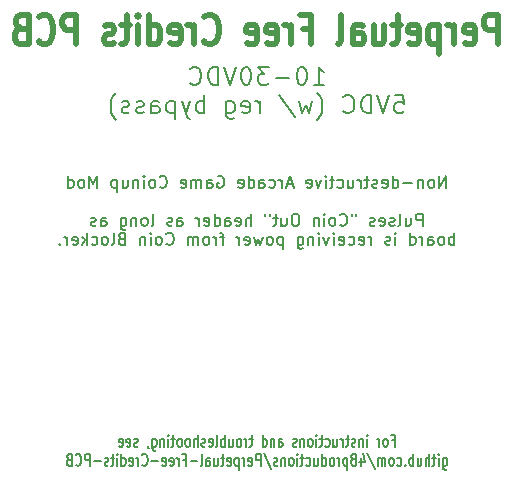
<source format=gbo>
G04 #@! TF.GenerationSoftware,KiCad,Pcbnew,(6.0.6)*
G04 #@! TF.CreationDate,2023-01-14T11:23:39-07:00*
G04 #@! TF.ProjectId,PFCBoard,50464342-6f61-4726-942e-6b696361645f,rev?*
G04 #@! TF.SameCoordinates,Original*
G04 #@! TF.FileFunction,Legend,Bot*
G04 #@! TF.FilePolarity,Positive*
%FSLAX46Y46*%
G04 Gerber Fmt 4.6, Leading zero omitted, Abs format (unit mm)*
G04 Created by KiCad (PCBNEW (6.0.6)) date 2023-01-14 11:23:39*
%MOMM*%
%LPD*%
G01*
G04 APERTURE LIST*
%ADD10C,0.150000*%
%ADD11C,0.499999*%
G04 APERTURE END LIST*
D10*
X201420000Y-104717380D02*
X201420000Y-103717380D01*
X200848571Y-104717380D01*
X200848571Y-103717380D01*
X200229523Y-104717380D02*
X200324761Y-104669761D01*
X200372380Y-104622142D01*
X200420000Y-104526904D01*
X200420000Y-104241190D01*
X200372380Y-104145952D01*
X200324761Y-104098333D01*
X200229523Y-104050714D01*
X200086666Y-104050714D01*
X199991428Y-104098333D01*
X199943809Y-104145952D01*
X199896190Y-104241190D01*
X199896190Y-104526904D01*
X199943809Y-104622142D01*
X199991428Y-104669761D01*
X200086666Y-104717380D01*
X200229523Y-104717380D01*
X199467619Y-104050714D02*
X199467619Y-104717380D01*
X199467619Y-104145952D02*
X199420000Y-104098333D01*
X199324761Y-104050714D01*
X199181904Y-104050714D01*
X199086666Y-104098333D01*
X199039047Y-104193571D01*
X199039047Y-104717380D01*
X198562857Y-104336428D02*
X197800952Y-104336428D01*
X196896190Y-104717380D02*
X196896190Y-103717380D01*
X196896190Y-104669761D02*
X196991428Y-104717380D01*
X197181904Y-104717380D01*
X197277142Y-104669761D01*
X197324761Y-104622142D01*
X197372380Y-104526904D01*
X197372380Y-104241190D01*
X197324761Y-104145952D01*
X197277142Y-104098333D01*
X197181904Y-104050714D01*
X196991428Y-104050714D01*
X196896190Y-104098333D01*
X196039047Y-104669761D02*
X196134285Y-104717380D01*
X196324761Y-104717380D01*
X196420000Y-104669761D01*
X196467619Y-104574523D01*
X196467619Y-104193571D01*
X196420000Y-104098333D01*
X196324761Y-104050714D01*
X196134285Y-104050714D01*
X196039047Y-104098333D01*
X195991428Y-104193571D01*
X195991428Y-104288809D01*
X196467619Y-104384047D01*
X195610476Y-104669761D02*
X195515238Y-104717380D01*
X195324761Y-104717380D01*
X195229523Y-104669761D01*
X195181904Y-104574523D01*
X195181904Y-104526904D01*
X195229523Y-104431666D01*
X195324761Y-104384047D01*
X195467619Y-104384047D01*
X195562857Y-104336428D01*
X195610476Y-104241190D01*
X195610476Y-104193571D01*
X195562857Y-104098333D01*
X195467619Y-104050714D01*
X195324761Y-104050714D01*
X195229523Y-104098333D01*
X194896190Y-104050714D02*
X194515238Y-104050714D01*
X194753333Y-103717380D02*
X194753333Y-104574523D01*
X194705714Y-104669761D01*
X194610476Y-104717380D01*
X194515238Y-104717380D01*
X194181904Y-104717380D02*
X194181904Y-104050714D01*
X194181904Y-104241190D02*
X194134285Y-104145952D01*
X194086666Y-104098333D01*
X193991428Y-104050714D01*
X193896190Y-104050714D01*
X193134285Y-104050714D02*
X193134285Y-104717380D01*
X193562857Y-104050714D02*
X193562857Y-104574523D01*
X193515238Y-104669761D01*
X193420000Y-104717380D01*
X193277142Y-104717380D01*
X193181904Y-104669761D01*
X193134285Y-104622142D01*
X192229523Y-104669761D02*
X192324761Y-104717380D01*
X192515238Y-104717380D01*
X192610476Y-104669761D01*
X192658095Y-104622142D01*
X192705714Y-104526904D01*
X192705714Y-104241190D01*
X192658095Y-104145952D01*
X192610476Y-104098333D01*
X192515238Y-104050714D01*
X192324761Y-104050714D01*
X192229523Y-104098333D01*
X191943809Y-104050714D02*
X191562857Y-104050714D01*
X191800952Y-103717380D02*
X191800952Y-104574523D01*
X191753333Y-104669761D01*
X191658095Y-104717380D01*
X191562857Y-104717380D01*
X191229523Y-104717380D02*
X191229523Y-104050714D01*
X191229523Y-103717380D02*
X191277142Y-103765000D01*
X191229523Y-103812619D01*
X191181904Y-103765000D01*
X191229523Y-103717380D01*
X191229523Y-103812619D01*
X190848571Y-104050714D02*
X190610476Y-104717380D01*
X190372380Y-104050714D01*
X189610476Y-104669761D02*
X189705714Y-104717380D01*
X189896190Y-104717380D01*
X189991428Y-104669761D01*
X190039047Y-104574523D01*
X190039047Y-104193571D01*
X189991428Y-104098333D01*
X189896190Y-104050714D01*
X189705714Y-104050714D01*
X189610476Y-104098333D01*
X189562857Y-104193571D01*
X189562857Y-104288809D01*
X190039047Y-104384047D01*
X188420000Y-104431666D02*
X187943809Y-104431666D01*
X188515238Y-104717380D02*
X188181904Y-103717380D01*
X187848571Y-104717380D01*
X187515238Y-104717380D02*
X187515238Y-104050714D01*
X187515238Y-104241190D02*
X187467619Y-104145952D01*
X187420000Y-104098333D01*
X187324761Y-104050714D01*
X187229523Y-104050714D01*
X186467619Y-104669761D02*
X186562857Y-104717380D01*
X186753333Y-104717380D01*
X186848571Y-104669761D01*
X186896190Y-104622142D01*
X186943809Y-104526904D01*
X186943809Y-104241190D01*
X186896190Y-104145952D01*
X186848571Y-104098333D01*
X186753333Y-104050714D01*
X186562857Y-104050714D01*
X186467619Y-104098333D01*
X185610476Y-104717380D02*
X185610476Y-104193571D01*
X185658095Y-104098333D01*
X185753333Y-104050714D01*
X185943809Y-104050714D01*
X186039047Y-104098333D01*
X185610476Y-104669761D02*
X185705714Y-104717380D01*
X185943809Y-104717380D01*
X186039047Y-104669761D01*
X186086666Y-104574523D01*
X186086666Y-104479285D01*
X186039047Y-104384047D01*
X185943809Y-104336428D01*
X185705714Y-104336428D01*
X185610476Y-104288809D01*
X184705714Y-104717380D02*
X184705714Y-103717380D01*
X184705714Y-104669761D02*
X184800952Y-104717380D01*
X184991428Y-104717380D01*
X185086666Y-104669761D01*
X185134285Y-104622142D01*
X185181904Y-104526904D01*
X185181904Y-104241190D01*
X185134285Y-104145952D01*
X185086666Y-104098333D01*
X184991428Y-104050714D01*
X184800952Y-104050714D01*
X184705714Y-104098333D01*
X183848571Y-104669761D02*
X183943809Y-104717380D01*
X184134285Y-104717380D01*
X184229523Y-104669761D01*
X184277142Y-104574523D01*
X184277142Y-104193571D01*
X184229523Y-104098333D01*
X184134285Y-104050714D01*
X183943809Y-104050714D01*
X183848571Y-104098333D01*
X183800952Y-104193571D01*
X183800952Y-104288809D01*
X184277142Y-104384047D01*
X182086666Y-103765000D02*
X182181904Y-103717380D01*
X182324761Y-103717380D01*
X182467619Y-103765000D01*
X182562857Y-103860238D01*
X182610476Y-103955476D01*
X182658095Y-104145952D01*
X182658095Y-104288809D01*
X182610476Y-104479285D01*
X182562857Y-104574523D01*
X182467619Y-104669761D01*
X182324761Y-104717380D01*
X182229523Y-104717380D01*
X182086666Y-104669761D01*
X182039047Y-104622142D01*
X182039047Y-104288809D01*
X182229523Y-104288809D01*
X181181904Y-104717380D02*
X181181904Y-104193571D01*
X181229523Y-104098333D01*
X181324761Y-104050714D01*
X181515238Y-104050714D01*
X181610476Y-104098333D01*
X181181904Y-104669761D02*
X181277142Y-104717380D01*
X181515238Y-104717380D01*
X181610476Y-104669761D01*
X181658095Y-104574523D01*
X181658095Y-104479285D01*
X181610476Y-104384047D01*
X181515238Y-104336428D01*
X181277142Y-104336428D01*
X181181904Y-104288809D01*
X180705714Y-104717380D02*
X180705714Y-104050714D01*
X180705714Y-104145952D02*
X180658095Y-104098333D01*
X180562857Y-104050714D01*
X180420000Y-104050714D01*
X180324761Y-104098333D01*
X180277142Y-104193571D01*
X180277142Y-104717380D01*
X180277142Y-104193571D02*
X180229523Y-104098333D01*
X180134285Y-104050714D01*
X179991428Y-104050714D01*
X179896190Y-104098333D01*
X179848571Y-104193571D01*
X179848571Y-104717380D01*
X178991428Y-104669761D02*
X179086666Y-104717380D01*
X179277142Y-104717380D01*
X179372380Y-104669761D01*
X179420000Y-104574523D01*
X179420000Y-104193571D01*
X179372380Y-104098333D01*
X179277142Y-104050714D01*
X179086666Y-104050714D01*
X178991428Y-104098333D01*
X178943809Y-104193571D01*
X178943809Y-104288809D01*
X179420000Y-104384047D01*
X177181904Y-104622142D02*
X177229523Y-104669761D01*
X177372380Y-104717380D01*
X177467619Y-104717380D01*
X177610476Y-104669761D01*
X177705714Y-104574523D01*
X177753333Y-104479285D01*
X177800952Y-104288809D01*
X177800952Y-104145952D01*
X177753333Y-103955476D01*
X177705714Y-103860238D01*
X177610476Y-103765000D01*
X177467619Y-103717380D01*
X177372380Y-103717380D01*
X177229523Y-103765000D01*
X177181904Y-103812619D01*
X176610476Y-104717380D02*
X176705714Y-104669761D01*
X176753333Y-104622142D01*
X176800952Y-104526904D01*
X176800952Y-104241190D01*
X176753333Y-104145952D01*
X176705714Y-104098333D01*
X176610476Y-104050714D01*
X176467619Y-104050714D01*
X176372380Y-104098333D01*
X176324761Y-104145952D01*
X176277142Y-104241190D01*
X176277142Y-104526904D01*
X176324761Y-104622142D01*
X176372380Y-104669761D01*
X176467619Y-104717380D01*
X176610476Y-104717380D01*
X175848571Y-104717380D02*
X175848571Y-104050714D01*
X175848571Y-103717380D02*
X175896190Y-103765000D01*
X175848571Y-103812619D01*
X175800952Y-103765000D01*
X175848571Y-103717380D01*
X175848571Y-103812619D01*
X175372380Y-104050714D02*
X175372380Y-104717380D01*
X175372380Y-104145952D02*
X175324761Y-104098333D01*
X175229523Y-104050714D01*
X175086666Y-104050714D01*
X174991428Y-104098333D01*
X174943809Y-104193571D01*
X174943809Y-104717380D01*
X174039047Y-104050714D02*
X174039047Y-104717380D01*
X174467619Y-104050714D02*
X174467619Y-104574523D01*
X174420000Y-104669761D01*
X174324761Y-104717380D01*
X174181904Y-104717380D01*
X174086666Y-104669761D01*
X174039047Y-104622142D01*
X173562857Y-104050714D02*
X173562857Y-105050714D01*
X173562857Y-104098333D02*
X173467619Y-104050714D01*
X173277142Y-104050714D01*
X173181904Y-104098333D01*
X173134285Y-104145952D01*
X173086666Y-104241190D01*
X173086666Y-104526904D01*
X173134285Y-104622142D01*
X173181904Y-104669761D01*
X173277142Y-104717380D01*
X173467619Y-104717380D01*
X173562857Y-104669761D01*
X171896190Y-104717380D02*
X171896190Y-103717380D01*
X171562857Y-104431666D01*
X171229523Y-103717380D01*
X171229523Y-104717380D01*
X170610476Y-104717380D02*
X170705714Y-104669761D01*
X170753333Y-104622142D01*
X170800952Y-104526904D01*
X170800952Y-104241190D01*
X170753333Y-104145952D01*
X170705714Y-104098333D01*
X170610476Y-104050714D01*
X170467619Y-104050714D01*
X170372380Y-104098333D01*
X170324761Y-104145952D01*
X170277142Y-104241190D01*
X170277142Y-104526904D01*
X170324761Y-104622142D01*
X170372380Y-104669761D01*
X170467619Y-104717380D01*
X170610476Y-104717380D01*
X169420000Y-104717380D02*
X169420000Y-103717380D01*
X169420000Y-104669761D02*
X169515238Y-104717380D01*
X169705714Y-104717380D01*
X169800952Y-104669761D01*
X169848571Y-104622142D01*
X169896190Y-104526904D01*
X169896190Y-104241190D01*
X169848571Y-104145952D01*
X169800952Y-104098333D01*
X169705714Y-104050714D01*
X169515238Y-104050714D01*
X169420000Y-104098333D01*
X199443809Y-107937380D02*
X199443809Y-106937380D01*
X199062857Y-106937380D01*
X198967619Y-106985000D01*
X198920000Y-107032619D01*
X198872380Y-107127857D01*
X198872380Y-107270714D01*
X198920000Y-107365952D01*
X198967619Y-107413571D01*
X199062857Y-107461190D01*
X199443809Y-107461190D01*
X198015238Y-107270714D02*
X198015238Y-107937380D01*
X198443809Y-107270714D02*
X198443809Y-107794523D01*
X198396190Y-107889761D01*
X198300952Y-107937380D01*
X198158095Y-107937380D01*
X198062857Y-107889761D01*
X198015238Y-107842142D01*
X197396190Y-107937380D02*
X197491428Y-107889761D01*
X197539047Y-107794523D01*
X197539047Y-106937380D01*
X197062857Y-107889761D02*
X196967619Y-107937380D01*
X196777142Y-107937380D01*
X196681904Y-107889761D01*
X196634285Y-107794523D01*
X196634285Y-107746904D01*
X196681904Y-107651666D01*
X196777142Y-107604047D01*
X196920000Y-107604047D01*
X197015238Y-107556428D01*
X197062857Y-107461190D01*
X197062857Y-107413571D01*
X197015238Y-107318333D01*
X196920000Y-107270714D01*
X196777142Y-107270714D01*
X196681904Y-107318333D01*
X195824761Y-107889761D02*
X195920000Y-107937380D01*
X196110476Y-107937380D01*
X196205714Y-107889761D01*
X196253333Y-107794523D01*
X196253333Y-107413571D01*
X196205714Y-107318333D01*
X196110476Y-107270714D01*
X195920000Y-107270714D01*
X195824761Y-107318333D01*
X195777142Y-107413571D01*
X195777142Y-107508809D01*
X196253333Y-107604047D01*
X195396190Y-107889761D02*
X195300952Y-107937380D01*
X195110476Y-107937380D01*
X195015238Y-107889761D01*
X194967619Y-107794523D01*
X194967619Y-107746904D01*
X195015238Y-107651666D01*
X195110476Y-107604047D01*
X195253333Y-107604047D01*
X195348571Y-107556428D01*
X195396190Y-107461190D01*
X195396190Y-107413571D01*
X195348571Y-107318333D01*
X195253333Y-107270714D01*
X195110476Y-107270714D01*
X195015238Y-107318333D01*
X193824761Y-106937380D02*
X193824761Y-107127857D01*
X193443809Y-106937380D02*
X193443809Y-107127857D01*
X192443809Y-107842142D02*
X192491428Y-107889761D01*
X192634285Y-107937380D01*
X192729523Y-107937380D01*
X192872380Y-107889761D01*
X192967619Y-107794523D01*
X193015238Y-107699285D01*
X193062857Y-107508809D01*
X193062857Y-107365952D01*
X193015238Y-107175476D01*
X192967619Y-107080238D01*
X192872380Y-106985000D01*
X192729523Y-106937380D01*
X192634285Y-106937380D01*
X192491428Y-106985000D01*
X192443809Y-107032619D01*
X191872380Y-107937380D02*
X191967619Y-107889761D01*
X192015238Y-107842142D01*
X192062857Y-107746904D01*
X192062857Y-107461190D01*
X192015238Y-107365952D01*
X191967619Y-107318333D01*
X191872380Y-107270714D01*
X191729523Y-107270714D01*
X191634285Y-107318333D01*
X191586666Y-107365952D01*
X191539047Y-107461190D01*
X191539047Y-107746904D01*
X191586666Y-107842142D01*
X191634285Y-107889761D01*
X191729523Y-107937380D01*
X191872380Y-107937380D01*
X191110476Y-107937380D02*
X191110476Y-107270714D01*
X191110476Y-106937380D02*
X191158095Y-106985000D01*
X191110476Y-107032619D01*
X191062857Y-106985000D01*
X191110476Y-106937380D01*
X191110476Y-107032619D01*
X190634285Y-107270714D02*
X190634285Y-107937380D01*
X190634285Y-107365952D02*
X190586666Y-107318333D01*
X190491428Y-107270714D01*
X190348571Y-107270714D01*
X190253333Y-107318333D01*
X190205714Y-107413571D01*
X190205714Y-107937380D01*
X188777142Y-106937380D02*
X188586666Y-106937380D01*
X188491428Y-106985000D01*
X188396190Y-107080238D01*
X188348571Y-107270714D01*
X188348571Y-107604047D01*
X188396190Y-107794523D01*
X188491428Y-107889761D01*
X188586666Y-107937380D01*
X188777142Y-107937380D01*
X188872380Y-107889761D01*
X188967619Y-107794523D01*
X189015238Y-107604047D01*
X189015238Y-107270714D01*
X188967619Y-107080238D01*
X188872380Y-106985000D01*
X188777142Y-106937380D01*
X187491428Y-107270714D02*
X187491428Y-107937380D01*
X187920000Y-107270714D02*
X187920000Y-107794523D01*
X187872380Y-107889761D01*
X187777142Y-107937380D01*
X187634285Y-107937380D01*
X187539047Y-107889761D01*
X187491428Y-107842142D01*
X187158095Y-107270714D02*
X186777142Y-107270714D01*
X187015238Y-106937380D02*
X187015238Y-107794523D01*
X186967619Y-107889761D01*
X186872380Y-107937380D01*
X186777142Y-107937380D01*
X186491428Y-106937380D02*
X186491428Y-107127857D01*
X186110476Y-106937380D02*
X186110476Y-107127857D01*
X184920000Y-107937380D02*
X184920000Y-106937380D01*
X184491428Y-107937380D02*
X184491428Y-107413571D01*
X184539047Y-107318333D01*
X184634285Y-107270714D01*
X184777142Y-107270714D01*
X184872380Y-107318333D01*
X184920000Y-107365952D01*
X183634285Y-107889761D02*
X183729523Y-107937380D01*
X183920000Y-107937380D01*
X184015238Y-107889761D01*
X184062857Y-107794523D01*
X184062857Y-107413571D01*
X184015238Y-107318333D01*
X183920000Y-107270714D01*
X183729523Y-107270714D01*
X183634285Y-107318333D01*
X183586666Y-107413571D01*
X183586666Y-107508809D01*
X184062857Y-107604047D01*
X182729523Y-107937380D02*
X182729523Y-107413571D01*
X182777142Y-107318333D01*
X182872380Y-107270714D01*
X183062857Y-107270714D01*
X183158095Y-107318333D01*
X182729523Y-107889761D02*
X182824761Y-107937380D01*
X183062857Y-107937380D01*
X183158095Y-107889761D01*
X183205714Y-107794523D01*
X183205714Y-107699285D01*
X183158095Y-107604047D01*
X183062857Y-107556428D01*
X182824761Y-107556428D01*
X182729523Y-107508809D01*
X181824761Y-107937380D02*
X181824761Y-106937380D01*
X181824761Y-107889761D02*
X181920000Y-107937380D01*
X182110476Y-107937380D01*
X182205714Y-107889761D01*
X182253333Y-107842142D01*
X182300952Y-107746904D01*
X182300952Y-107461190D01*
X182253333Y-107365952D01*
X182205714Y-107318333D01*
X182110476Y-107270714D01*
X181920000Y-107270714D01*
X181824761Y-107318333D01*
X180967619Y-107889761D02*
X181062857Y-107937380D01*
X181253333Y-107937380D01*
X181348571Y-107889761D01*
X181396190Y-107794523D01*
X181396190Y-107413571D01*
X181348571Y-107318333D01*
X181253333Y-107270714D01*
X181062857Y-107270714D01*
X180967619Y-107318333D01*
X180920000Y-107413571D01*
X180920000Y-107508809D01*
X181396190Y-107604047D01*
X180491428Y-107937380D02*
X180491428Y-107270714D01*
X180491428Y-107461190D02*
X180443809Y-107365952D01*
X180396190Y-107318333D01*
X180300952Y-107270714D01*
X180205714Y-107270714D01*
X178681904Y-107937380D02*
X178681904Y-107413571D01*
X178729523Y-107318333D01*
X178824761Y-107270714D01*
X179015238Y-107270714D01*
X179110476Y-107318333D01*
X178681904Y-107889761D02*
X178777142Y-107937380D01*
X179015238Y-107937380D01*
X179110476Y-107889761D01*
X179158095Y-107794523D01*
X179158095Y-107699285D01*
X179110476Y-107604047D01*
X179015238Y-107556428D01*
X178777142Y-107556428D01*
X178681904Y-107508809D01*
X178253333Y-107889761D02*
X178158095Y-107937380D01*
X177967619Y-107937380D01*
X177872380Y-107889761D01*
X177824761Y-107794523D01*
X177824761Y-107746904D01*
X177872380Y-107651666D01*
X177967619Y-107604047D01*
X178110476Y-107604047D01*
X178205714Y-107556428D01*
X178253333Y-107461190D01*
X178253333Y-107413571D01*
X178205714Y-107318333D01*
X178110476Y-107270714D01*
X177967619Y-107270714D01*
X177872380Y-107318333D01*
X176491428Y-107937380D02*
X176586666Y-107889761D01*
X176634285Y-107794523D01*
X176634285Y-106937380D01*
X175967619Y-107937380D02*
X176062857Y-107889761D01*
X176110476Y-107842142D01*
X176158095Y-107746904D01*
X176158095Y-107461190D01*
X176110476Y-107365952D01*
X176062857Y-107318333D01*
X175967619Y-107270714D01*
X175824761Y-107270714D01*
X175729523Y-107318333D01*
X175681904Y-107365952D01*
X175634285Y-107461190D01*
X175634285Y-107746904D01*
X175681904Y-107842142D01*
X175729523Y-107889761D01*
X175824761Y-107937380D01*
X175967619Y-107937380D01*
X175205714Y-107270714D02*
X175205714Y-107937380D01*
X175205714Y-107365952D02*
X175158095Y-107318333D01*
X175062857Y-107270714D01*
X174920000Y-107270714D01*
X174824761Y-107318333D01*
X174777142Y-107413571D01*
X174777142Y-107937380D01*
X173872380Y-107270714D02*
X173872380Y-108080238D01*
X173920000Y-108175476D01*
X173967619Y-108223095D01*
X174062857Y-108270714D01*
X174205714Y-108270714D01*
X174300952Y-108223095D01*
X173872380Y-107889761D02*
X173967619Y-107937380D01*
X174158095Y-107937380D01*
X174253333Y-107889761D01*
X174300952Y-107842142D01*
X174348571Y-107746904D01*
X174348571Y-107461190D01*
X174300952Y-107365952D01*
X174253333Y-107318333D01*
X174158095Y-107270714D01*
X173967619Y-107270714D01*
X173872380Y-107318333D01*
X172205714Y-107937380D02*
X172205714Y-107413571D01*
X172253333Y-107318333D01*
X172348571Y-107270714D01*
X172539047Y-107270714D01*
X172634285Y-107318333D01*
X172205714Y-107889761D02*
X172300952Y-107937380D01*
X172539047Y-107937380D01*
X172634285Y-107889761D01*
X172681904Y-107794523D01*
X172681904Y-107699285D01*
X172634285Y-107604047D01*
X172539047Y-107556428D01*
X172300952Y-107556428D01*
X172205714Y-107508809D01*
X171777142Y-107889761D02*
X171681904Y-107937380D01*
X171491428Y-107937380D01*
X171396190Y-107889761D01*
X171348571Y-107794523D01*
X171348571Y-107746904D01*
X171396190Y-107651666D01*
X171491428Y-107604047D01*
X171634285Y-107604047D01*
X171729523Y-107556428D01*
X171777142Y-107461190D01*
X171777142Y-107413571D01*
X171729523Y-107318333D01*
X171634285Y-107270714D01*
X171491428Y-107270714D01*
X171396190Y-107318333D01*
X202134285Y-109547380D02*
X202134285Y-108547380D01*
X202134285Y-108928333D02*
X202039047Y-108880714D01*
X201848571Y-108880714D01*
X201753333Y-108928333D01*
X201705714Y-108975952D01*
X201658095Y-109071190D01*
X201658095Y-109356904D01*
X201705714Y-109452142D01*
X201753333Y-109499761D01*
X201848571Y-109547380D01*
X202039047Y-109547380D01*
X202134285Y-109499761D01*
X201086666Y-109547380D02*
X201181904Y-109499761D01*
X201229523Y-109452142D01*
X201277142Y-109356904D01*
X201277142Y-109071190D01*
X201229523Y-108975952D01*
X201181904Y-108928333D01*
X201086666Y-108880714D01*
X200943809Y-108880714D01*
X200848571Y-108928333D01*
X200800952Y-108975952D01*
X200753333Y-109071190D01*
X200753333Y-109356904D01*
X200800952Y-109452142D01*
X200848571Y-109499761D01*
X200943809Y-109547380D01*
X201086666Y-109547380D01*
X199896190Y-109547380D02*
X199896190Y-109023571D01*
X199943809Y-108928333D01*
X200039047Y-108880714D01*
X200229523Y-108880714D01*
X200324761Y-108928333D01*
X199896190Y-109499761D02*
X199991428Y-109547380D01*
X200229523Y-109547380D01*
X200324761Y-109499761D01*
X200372380Y-109404523D01*
X200372380Y-109309285D01*
X200324761Y-109214047D01*
X200229523Y-109166428D01*
X199991428Y-109166428D01*
X199896190Y-109118809D01*
X199420000Y-109547380D02*
X199420000Y-108880714D01*
X199420000Y-109071190D02*
X199372380Y-108975952D01*
X199324761Y-108928333D01*
X199229523Y-108880714D01*
X199134285Y-108880714D01*
X198372380Y-109547380D02*
X198372380Y-108547380D01*
X198372380Y-109499761D02*
X198467619Y-109547380D01*
X198658095Y-109547380D01*
X198753333Y-109499761D01*
X198800952Y-109452142D01*
X198848571Y-109356904D01*
X198848571Y-109071190D01*
X198800952Y-108975952D01*
X198753333Y-108928333D01*
X198658095Y-108880714D01*
X198467619Y-108880714D01*
X198372380Y-108928333D01*
X197134285Y-109547380D02*
X197134285Y-108880714D01*
X197134285Y-108547380D02*
X197181904Y-108595000D01*
X197134285Y-108642619D01*
X197086666Y-108595000D01*
X197134285Y-108547380D01*
X197134285Y-108642619D01*
X196705714Y-109499761D02*
X196610476Y-109547380D01*
X196420000Y-109547380D01*
X196324761Y-109499761D01*
X196277142Y-109404523D01*
X196277142Y-109356904D01*
X196324761Y-109261666D01*
X196420000Y-109214047D01*
X196562857Y-109214047D01*
X196658095Y-109166428D01*
X196705714Y-109071190D01*
X196705714Y-109023571D01*
X196658095Y-108928333D01*
X196562857Y-108880714D01*
X196420000Y-108880714D01*
X196324761Y-108928333D01*
X195086666Y-109547380D02*
X195086666Y-108880714D01*
X195086666Y-109071190D02*
X195039047Y-108975952D01*
X194991428Y-108928333D01*
X194896190Y-108880714D01*
X194800952Y-108880714D01*
X194086666Y-109499761D02*
X194181904Y-109547380D01*
X194372380Y-109547380D01*
X194467619Y-109499761D01*
X194515238Y-109404523D01*
X194515238Y-109023571D01*
X194467619Y-108928333D01*
X194372380Y-108880714D01*
X194181904Y-108880714D01*
X194086666Y-108928333D01*
X194039047Y-109023571D01*
X194039047Y-109118809D01*
X194515238Y-109214047D01*
X193181904Y-109499761D02*
X193277142Y-109547380D01*
X193467619Y-109547380D01*
X193562857Y-109499761D01*
X193610476Y-109452142D01*
X193658095Y-109356904D01*
X193658095Y-109071190D01*
X193610476Y-108975952D01*
X193562857Y-108928333D01*
X193467619Y-108880714D01*
X193277142Y-108880714D01*
X193181904Y-108928333D01*
X192372380Y-109499761D02*
X192467619Y-109547380D01*
X192658095Y-109547380D01*
X192753333Y-109499761D01*
X192800952Y-109404523D01*
X192800952Y-109023571D01*
X192753333Y-108928333D01*
X192658095Y-108880714D01*
X192467619Y-108880714D01*
X192372380Y-108928333D01*
X192324761Y-109023571D01*
X192324761Y-109118809D01*
X192800952Y-109214047D01*
X191896190Y-109547380D02*
X191896190Y-108880714D01*
X191896190Y-108547380D02*
X191943809Y-108595000D01*
X191896190Y-108642619D01*
X191848571Y-108595000D01*
X191896190Y-108547380D01*
X191896190Y-108642619D01*
X191515238Y-108880714D02*
X191277142Y-109547380D01*
X191039047Y-108880714D01*
X190658095Y-109547380D02*
X190658095Y-108880714D01*
X190658095Y-108547380D02*
X190705714Y-108595000D01*
X190658095Y-108642619D01*
X190610476Y-108595000D01*
X190658095Y-108547380D01*
X190658095Y-108642619D01*
X190181904Y-108880714D02*
X190181904Y-109547380D01*
X190181904Y-108975952D02*
X190134285Y-108928333D01*
X190039047Y-108880714D01*
X189896190Y-108880714D01*
X189800952Y-108928333D01*
X189753333Y-109023571D01*
X189753333Y-109547380D01*
X188848571Y-108880714D02*
X188848571Y-109690238D01*
X188896190Y-109785476D01*
X188943809Y-109833095D01*
X189039047Y-109880714D01*
X189181904Y-109880714D01*
X189277142Y-109833095D01*
X188848571Y-109499761D02*
X188943809Y-109547380D01*
X189134285Y-109547380D01*
X189229523Y-109499761D01*
X189277142Y-109452142D01*
X189324761Y-109356904D01*
X189324761Y-109071190D01*
X189277142Y-108975952D01*
X189229523Y-108928333D01*
X189134285Y-108880714D01*
X188943809Y-108880714D01*
X188848571Y-108928333D01*
X187610476Y-108880714D02*
X187610476Y-109880714D01*
X187610476Y-108928333D02*
X187515238Y-108880714D01*
X187324761Y-108880714D01*
X187229523Y-108928333D01*
X187181904Y-108975952D01*
X187134285Y-109071190D01*
X187134285Y-109356904D01*
X187181904Y-109452142D01*
X187229523Y-109499761D01*
X187324761Y-109547380D01*
X187515238Y-109547380D01*
X187610476Y-109499761D01*
X186562857Y-109547380D02*
X186658095Y-109499761D01*
X186705714Y-109452142D01*
X186753333Y-109356904D01*
X186753333Y-109071190D01*
X186705714Y-108975952D01*
X186658095Y-108928333D01*
X186562857Y-108880714D01*
X186420000Y-108880714D01*
X186324761Y-108928333D01*
X186277142Y-108975952D01*
X186229523Y-109071190D01*
X186229523Y-109356904D01*
X186277142Y-109452142D01*
X186324761Y-109499761D01*
X186420000Y-109547380D01*
X186562857Y-109547380D01*
X185896190Y-108880714D02*
X185705714Y-109547380D01*
X185515238Y-109071190D01*
X185324761Y-109547380D01*
X185134285Y-108880714D01*
X184372380Y-109499761D02*
X184467619Y-109547380D01*
X184658095Y-109547380D01*
X184753333Y-109499761D01*
X184800952Y-109404523D01*
X184800952Y-109023571D01*
X184753333Y-108928333D01*
X184658095Y-108880714D01*
X184467619Y-108880714D01*
X184372380Y-108928333D01*
X184324761Y-109023571D01*
X184324761Y-109118809D01*
X184800952Y-109214047D01*
X183896190Y-109547380D02*
X183896190Y-108880714D01*
X183896190Y-109071190D02*
X183848571Y-108975952D01*
X183800952Y-108928333D01*
X183705714Y-108880714D01*
X183610476Y-108880714D01*
X182658095Y-108880714D02*
X182277142Y-108880714D01*
X182515238Y-109547380D02*
X182515238Y-108690238D01*
X182467619Y-108595000D01*
X182372380Y-108547380D01*
X182277142Y-108547380D01*
X181943809Y-109547380D02*
X181943809Y-108880714D01*
X181943809Y-109071190D02*
X181896190Y-108975952D01*
X181848571Y-108928333D01*
X181753333Y-108880714D01*
X181658095Y-108880714D01*
X181181904Y-109547380D02*
X181277142Y-109499761D01*
X181324761Y-109452142D01*
X181372380Y-109356904D01*
X181372380Y-109071190D01*
X181324761Y-108975952D01*
X181277142Y-108928333D01*
X181181904Y-108880714D01*
X181039047Y-108880714D01*
X180943809Y-108928333D01*
X180896190Y-108975952D01*
X180848571Y-109071190D01*
X180848571Y-109356904D01*
X180896190Y-109452142D01*
X180943809Y-109499761D01*
X181039047Y-109547380D01*
X181181904Y-109547380D01*
X180420000Y-109547380D02*
X180420000Y-108880714D01*
X180420000Y-108975952D02*
X180372380Y-108928333D01*
X180277142Y-108880714D01*
X180134285Y-108880714D01*
X180039047Y-108928333D01*
X179991428Y-109023571D01*
X179991428Y-109547380D01*
X179991428Y-109023571D02*
X179943809Y-108928333D01*
X179848571Y-108880714D01*
X179705714Y-108880714D01*
X179610476Y-108928333D01*
X179562857Y-109023571D01*
X179562857Y-109547380D01*
X177753333Y-109452142D02*
X177800952Y-109499761D01*
X177943809Y-109547380D01*
X178039047Y-109547380D01*
X178181904Y-109499761D01*
X178277142Y-109404523D01*
X178324761Y-109309285D01*
X178372380Y-109118809D01*
X178372380Y-108975952D01*
X178324761Y-108785476D01*
X178277142Y-108690238D01*
X178181904Y-108595000D01*
X178039047Y-108547380D01*
X177943809Y-108547380D01*
X177800952Y-108595000D01*
X177753333Y-108642619D01*
X177181904Y-109547380D02*
X177277142Y-109499761D01*
X177324761Y-109452142D01*
X177372380Y-109356904D01*
X177372380Y-109071190D01*
X177324761Y-108975952D01*
X177277142Y-108928333D01*
X177181904Y-108880714D01*
X177039047Y-108880714D01*
X176943809Y-108928333D01*
X176896190Y-108975952D01*
X176848571Y-109071190D01*
X176848571Y-109356904D01*
X176896190Y-109452142D01*
X176943809Y-109499761D01*
X177039047Y-109547380D01*
X177181904Y-109547380D01*
X176420000Y-109547380D02*
X176420000Y-108880714D01*
X176420000Y-108547380D02*
X176467619Y-108595000D01*
X176420000Y-108642619D01*
X176372380Y-108595000D01*
X176420000Y-108547380D01*
X176420000Y-108642619D01*
X175943809Y-108880714D02*
X175943809Y-109547380D01*
X175943809Y-108975952D02*
X175896190Y-108928333D01*
X175800952Y-108880714D01*
X175658095Y-108880714D01*
X175562857Y-108928333D01*
X175515238Y-109023571D01*
X175515238Y-109547380D01*
X173943809Y-109023571D02*
X173800952Y-109071190D01*
X173753333Y-109118809D01*
X173705714Y-109214047D01*
X173705714Y-109356904D01*
X173753333Y-109452142D01*
X173800952Y-109499761D01*
X173896190Y-109547380D01*
X174277142Y-109547380D01*
X174277142Y-108547380D01*
X173943809Y-108547380D01*
X173848571Y-108595000D01*
X173800952Y-108642619D01*
X173753333Y-108737857D01*
X173753333Y-108833095D01*
X173800952Y-108928333D01*
X173848571Y-108975952D01*
X173943809Y-109023571D01*
X174277142Y-109023571D01*
X173134285Y-109547380D02*
X173229523Y-109499761D01*
X173277142Y-109404523D01*
X173277142Y-108547380D01*
X172610476Y-109547380D02*
X172705714Y-109499761D01*
X172753333Y-109452142D01*
X172800952Y-109356904D01*
X172800952Y-109071190D01*
X172753333Y-108975952D01*
X172705714Y-108928333D01*
X172610476Y-108880714D01*
X172467619Y-108880714D01*
X172372380Y-108928333D01*
X172324761Y-108975952D01*
X172277142Y-109071190D01*
X172277142Y-109356904D01*
X172324761Y-109452142D01*
X172372380Y-109499761D01*
X172467619Y-109547380D01*
X172610476Y-109547380D01*
X171420000Y-109499761D02*
X171515238Y-109547380D01*
X171705714Y-109547380D01*
X171800952Y-109499761D01*
X171848571Y-109452142D01*
X171896190Y-109356904D01*
X171896190Y-109071190D01*
X171848571Y-108975952D01*
X171800952Y-108928333D01*
X171705714Y-108880714D01*
X171515238Y-108880714D01*
X171420000Y-108928333D01*
X170991428Y-109547380D02*
X170991428Y-108547380D01*
X170896190Y-109166428D02*
X170610476Y-109547380D01*
X170610476Y-108880714D02*
X170991428Y-109261666D01*
X169800952Y-109499761D02*
X169896190Y-109547380D01*
X170086666Y-109547380D01*
X170181904Y-109499761D01*
X170229523Y-109404523D01*
X170229523Y-109023571D01*
X170181904Y-108928333D01*
X170086666Y-108880714D01*
X169896190Y-108880714D01*
X169800952Y-108928333D01*
X169753333Y-109023571D01*
X169753333Y-109118809D01*
X170229523Y-109214047D01*
X169324761Y-109547380D02*
X169324761Y-108880714D01*
X169324761Y-109071190D02*
X169277142Y-108975952D01*
X169229523Y-108928333D01*
X169134285Y-108880714D01*
X169039047Y-108880714D01*
X168705714Y-109452142D02*
X168658095Y-109499761D01*
X168705714Y-109547380D01*
X168753333Y-109499761D01*
X168705714Y-109452142D01*
X168705714Y-109547380D01*
X190205714Y-95991071D02*
X191062857Y-95991071D01*
X190634285Y-95991071D02*
X190634285Y-94491071D01*
X190777142Y-94705357D01*
X190920000Y-94848214D01*
X191062857Y-94919642D01*
X189277142Y-94491071D02*
X189134285Y-94491071D01*
X188991428Y-94562500D01*
X188920000Y-94633928D01*
X188848571Y-94776785D01*
X188777142Y-95062500D01*
X188777142Y-95419642D01*
X188848571Y-95705357D01*
X188920000Y-95848214D01*
X188991428Y-95919642D01*
X189134285Y-95991071D01*
X189277142Y-95991071D01*
X189420000Y-95919642D01*
X189491428Y-95848214D01*
X189562857Y-95705357D01*
X189634285Y-95419642D01*
X189634285Y-95062500D01*
X189562857Y-94776785D01*
X189491428Y-94633928D01*
X189420000Y-94562500D01*
X189277142Y-94491071D01*
X188134285Y-95419642D02*
X186991428Y-95419642D01*
X186420000Y-94491071D02*
X185491428Y-94491071D01*
X185991428Y-95062500D01*
X185777142Y-95062500D01*
X185634285Y-95133928D01*
X185562857Y-95205357D01*
X185491428Y-95348214D01*
X185491428Y-95705357D01*
X185562857Y-95848214D01*
X185634285Y-95919642D01*
X185777142Y-95991071D01*
X186205714Y-95991071D01*
X186348571Y-95919642D01*
X186420000Y-95848214D01*
X184562857Y-94491071D02*
X184420000Y-94491071D01*
X184277142Y-94562500D01*
X184205714Y-94633928D01*
X184134285Y-94776785D01*
X184062857Y-95062500D01*
X184062857Y-95419642D01*
X184134285Y-95705357D01*
X184205714Y-95848214D01*
X184277142Y-95919642D01*
X184420000Y-95991071D01*
X184562857Y-95991071D01*
X184705714Y-95919642D01*
X184777142Y-95848214D01*
X184848571Y-95705357D01*
X184920000Y-95419642D01*
X184920000Y-95062500D01*
X184848571Y-94776785D01*
X184777142Y-94633928D01*
X184705714Y-94562500D01*
X184562857Y-94491071D01*
X183634285Y-94491071D02*
X183134285Y-95991071D01*
X182634285Y-94491071D01*
X182134285Y-95991071D02*
X182134285Y-94491071D01*
X181777142Y-94491071D01*
X181562857Y-94562500D01*
X181420000Y-94705357D01*
X181348571Y-94848214D01*
X181277142Y-95133928D01*
X181277142Y-95348214D01*
X181348571Y-95633928D01*
X181420000Y-95776785D01*
X181562857Y-95919642D01*
X181777142Y-95991071D01*
X182134285Y-95991071D01*
X179777142Y-95848214D02*
X179848571Y-95919642D01*
X180062857Y-95991071D01*
X180205714Y-95991071D01*
X180420000Y-95919642D01*
X180562857Y-95776785D01*
X180634285Y-95633928D01*
X180705714Y-95348214D01*
X180705714Y-95133928D01*
X180634285Y-94848214D01*
X180562857Y-94705357D01*
X180420000Y-94562500D01*
X180205714Y-94491071D01*
X180062857Y-94491071D01*
X179848571Y-94562500D01*
X179777142Y-94633928D01*
X197098571Y-96906071D02*
X197812857Y-96906071D01*
X197884285Y-97620357D01*
X197812857Y-97548928D01*
X197670000Y-97477500D01*
X197312857Y-97477500D01*
X197170000Y-97548928D01*
X197098571Y-97620357D01*
X197027142Y-97763214D01*
X197027142Y-98120357D01*
X197098571Y-98263214D01*
X197170000Y-98334642D01*
X197312857Y-98406071D01*
X197670000Y-98406071D01*
X197812857Y-98334642D01*
X197884285Y-98263214D01*
X196598571Y-96906071D02*
X196098571Y-98406071D01*
X195598571Y-96906071D01*
X195098571Y-98406071D02*
X195098571Y-96906071D01*
X194741428Y-96906071D01*
X194527142Y-96977500D01*
X194384285Y-97120357D01*
X194312857Y-97263214D01*
X194241428Y-97548928D01*
X194241428Y-97763214D01*
X194312857Y-98048928D01*
X194384285Y-98191785D01*
X194527142Y-98334642D01*
X194741428Y-98406071D01*
X195098571Y-98406071D01*
X192741428Y-98263214D02*
X192812857Y-98334642D01*
X193027142Y-98406071D01*
X193170000Y-98406071D01*
X193384285Y-98334642D01*
X193527142Y-98191785D01*
X193598571Y-98048928D01*
X193670000Y-97763214D01*
X193670000Y-97548928D01*
X193598571Y-97263214D01*
X193527142Y-97120357D01*
X193384285Y-96977500D01*
X193170000Y-96906071D01*
X193027142Y-96906071D01*
X192812857Y-96977500D01*
X192741428Y-97048928D01*
X190527142Y-98977500D02*
X190598571Y-98906071D01*
X190741428Y-98691785D01*
X190812857Y-98548928D01*
X190884285Y-98334642D01*
X190955714Y-97977500D01*
X190955714Y-97691785D01*
X190884285Y-97334642D01*
X190812857Y-97120357D01*
X190741428Y-96977500D01*
X190598571Y-96763214D01*
X190527142Y-96691785D01*
X190098571Y-97406071D02*
X189812857Y-98406071D01*
X189527142Y-97691785D01*
X189241428Y-98406071D01*
X188955714Y-97406071D01*
X187312857Y-96834642D02*
X188598571Y-98763214D01*
X185670000Y-98406071D02*
X185670000Y-97406071D01*
X185670000Y-97691785D02*
X185598571Y-97548928D01*
X185527142Y-97477500D01*
X185384285Y-97406071D01*
X185241428Y-97406071D01*
X184170000Y-98334642D02*
X184312857Y-98406071D01*
X184598571Y-98406071D01*
X184741428Y-98334642D01*
X184812857Y-98191785D01*
X184812857Y-97620357D01*
X184741428Y-97477500D01*
X184598571Y-97406071D01*
X184312857Y-97406071D01*
X184170000Y-97477500D01*
X184098571Y-97620357D01*
X184098571Y-97763214D01*
X184812857Y-97906071D01*
X182812857Y-97406071D02*
X182812857Y-98620357D01*
X182884285Y-98763214D01*
X182955714Y-98834642D01*
X183098571Y-98906071D01*
X183312857Y-98906071D01*
X183455714Y-98834642D01*
X182812857Y-98334642D02*
X182955714Y-98406071D01*
X183241428Y-98406071D01*
X183384285Y-98334642D01*
X183455714Y-98263214D01*
X183527142Y-98120357D01*
X183527142Y-97691785D01*
X183455714Y-97548928D01*
X183384285Y-97477500D01*
X183241428Y-97406071D01*
X182955714Y-97406071D01*
X182812857Y-97477500D01*
X180955714Y-98406071D02*
X180955714Y-96906071D01*
X180955714Y-97477500D02*
X180812857Y-97406071D01*
X180527142Y-97406071D01*
X180384285Y-97477500D01*
X180312857Y-97548928D01*
X180241428Y-97691785D01*
X180241428Y-98120357D01*
X180312857Y-98263214D01*
X180384285Y-98334642D01*
X180527142Y-98406071D01*
X180812857Y-98406071D01*
X180955714Y-98334642D01*
X179741428Y-97406071D02*
X179384285Y-98406071D01*
X179027142Y-97406071D02*
X179384285Y-98406071D01*
X179527142Y-98763214D01*
X179598571Y-98834642D01*
X179741428Y-98906071D01*
X178455714Y-97406071D02*
X178455714Y-98906071D01*
X178455714Y-97477500D02*
X178312857Y-97406071D01*
X178027142Y-97406071D01*
X177884285Y-97477500D01*
X177812857Y-97548928D01*
X177741428Y-97691785D01*
X177741428Y-98120357D01*
X177812857Y-98263214D01*
X177884285Y-98334642D01*
X178027142Y-98406071D01*
X178312857Y-98406071D01*
X178455714Y-98334642D01*
X176455714Y-98406071D02*
X176455714Y-97620357D01*
X176527142Y-97477500D01*
X176670000Y-97406071D01*
X176955714Y-97406071D01*
X177098571Y-97477500D01*
X176455714Y-98334642D02*
X176598571Y-98406071D01*
X176955714Y-98406071D01*
X177098571Y-98334642D01*
X177170000Y-98191785D01*
X177170000Y-98048928D01*
X177098571Y-97906071D01*
X176955714Y-97834642D01*
X176598571Y-97834642D01*
X176455714Y-97763214D01*
X175812857Y-98334642D02*
X175670000Y-98406071D01*
X175384285Y-98406071D01*
X175241428Y-98334642D01*
X175170000Y-98191785D01*
X175170000Y-98120357D01*
X175241428Y-97977500D01*
X175384285Y-97906071D01*
X175598571Y-97906071D01*
X175741428Y-97834642D01*
X175812857Y-97691785D01*
X175812857Y-97620357D01*
X175741428Y-97477500D01*
X175598571Y-97406071D01*
X175384285Y-97406071D01*
X175241428Y-97477500D01*
X174598571Y-98334642D02*
X174455714Y-98406071D01*
X174170000Y-98406071D01*
X174027142Y-98334642D01*
X173955714Y-98191785D01*
X173955714Y-98120357D01*
X174027142Y-97977500D01*
X174170000Y-97906071D01*
X174384285Y-97906071D01*
X174527142Y-97834642D01*
X174598571Y-97691785D01*
X174598571Y-97620357D01*
X174527142Y-97477500D01*
X174384285Y-97406071D01*
X174170000Y-97406071D01*
X174027142Y-97477500D01*
X173455714Y-98977500D02*
X173384285Y-98906071D01*
X173241428Y-98691785D01*
X173170000Y-98548928D01*
X173098571Y-98334642D01*
X173027142Y-97977500D01*
X173027142Y-97691785D01*
X173098571Y-97334642D01*
X173170000Y-97120357D01*
X173241428Y-96977500D01*
X173384285Y-96763214D01*
X173455714Y-96691785D01*
D11*
X205800962Y-92570952D02*
X205800962Y-90070952D01*
X205039057Y-90070952D01*
X204848581Y-90190000D01*
X204753343Y-90309047D01*
X204658104Y-90547142D01*
X204658104Y-90904285D01*
X204753343Y-91142380D01*
X204848581Y-91261428D01*
X205039057Y-91380476D01*
X205800962Y-91380476D01*
X203039056Y-92451904D02*
X203229532Y-92570952D01*
X203610485Y-92570952D01*
X203800961Y-92451904D01*
X203896199Y-92213809D01*
X203896199Y-91261428D01*
X203800961Y-91023333D01*
X203610485Y-90904285D01*
X203229532Y-90904285D01*
X203039056Y-91023333D01*
X202943818Y-91261428D01*
X202943818Y-91499523D01*
X203896199Y-91737619D01*
X202086675Y-92570952D02*
X202086675Y-90904285D01*
X202086675Y-91380476D02*
X201991436Y-91142380D01*
X201896198Y-91023333D01*
X201705722Y-90904285D01*
X201515246Y-90904285D01*
X200848579Y-90904285D02*
X200848579Y-93404285D01*
X200848579Y-91023333D02*
X200658102Y-90904285D01*
X200277150Y-90904285D01*
X200086674Y-91023333D01*
X199991435Y-91142380D01*
X199896197Y-91380476D01*
X199896197Y-92094761D01*
X199991435Y-92332857D01*
X200086674Y-92451904D01*
X200277150Y-92570952D01*
X200658102Y-92570952D01*
X200848579Y-92451904D01*
X198277149Y-92451904D02*
X198467625Y-92570952D01*
X198848578Y-92570952D01*
X199039054Y-92451904D01*
X199134292Y-92213809D01*
X199134292Y-91261428D01*
X199039054Y-91023333D01*
X198848578Y-90904285D01*
X198467625Y-90904285D01*
X198277149Y-91023333D01*
X198181911Y-91261428D01*
X198181911Y-91499523D01*
X199134292Y-91737619D01*
X197610482Y-90904285D02*
X196848577Y-90904285D01*
X197324767Y-90070952D02*
X197324767Y-92213809D01*
X197229529Y-92451904D01*
X197039053Y-92570952D01*
X196848577Y-92570952D01*
X195324766Y-90904285D02*
X195324766Y-92570952D01*
X196181910Y-90904285D02*
X196181910Y-92213809D01*
X196086672Y-92451904D01*
X195896195Y-92570952D01*
X195610481Y-92570952D01*
X195420005Y-92451904D01*
X195324766Y-92332857D01*
X193515242Y-92570952D02*
X193515242Y-91261428D01*
X193610480Y-91023333D01*
X193800956Y-90904285D01*
X194181909Y-90904285D01*
X194372385Y-91023333D01*
X193515242Y-92451904D02*
X193705718Y-92570952D01*
X194181909Y-92570952D01*
X194372385Y-92451904D01*
X194467623Y-92213809D01*
X194467623Y-91975714D01*
X194372385Y-91737619D01*
X194181909Y-91618571D01*
X193705718Y-91618571D01*
X193515242Y-91499523D01*
X192277146Y-92570952D02*
X192467622Y-92451904D01*
X192562860Y-92213809D01*
X192562860Y-90070952D01*
X189324763Y-91261428D02*
X189991430Y-91261428D01*
X189991430Y-92570952D02*
X189991430Y-90070952D01*
X189039049Y-90070952D01*
X188277144Y-92570952D02*
X188277144Y-90904285D01*
X188277144Y-91380476D02*
X188181906Y-91142380D01*
X188086668Y-91023333D01*
X187896191Y-90904285D01*
X187705715Y-90904285D01*
X186277143Y-92451904D02*
X186467619Y-92570952D01*
X186848572Y-92570952D01*
X187039048Y-92451904D01*
X187134286Y-92213809D01*
X187134286Y-91261428D01*
X187039048Y-91023333D01*
X186848572Y-90904285D01*
X186467619Y-90904285D01*
X186277143Y-91023333D01*
X186181905Y-91261428D01*
X186181905Y-91499523D01*
X187134286Y-91737619D01*
X184562856Y-92451904D02*
X184753333Y-92570952D01*
X185134285Y-92570952D01*
X185324761Y-92451904D01*
X185420000Y-92213809D01*
X185420000Y-91261428D01*
X185324761Y-91023333D01*
X185134285Y-90904285D01*
X184753333Y-90904285D01*
X184562856Y-91023333D01*
X184467618Y-91261428D01*
X184467618Y-91499523D01*
X185420000Y-91737619D01*
X180943807Y-92332857D02*
X181039045Y-92451904D01*
X181324759Y-92570952D01*
X181515236Y-92570952D01*
X181800950Y-92451904D01*
X181991426Y-92213809D01*
X182086665Y-91975714D01*
X182181903Y-91499523D01*
X182181903Y-91142380D01*
X182086665Y-90666190D01*
X181991426Y-90428095D01*
X181800950Y-90190000D01*
X181515236Y-90070952D01*
X181324759Y-90070952D01*
X181039045Y-90190000D01*
X180943807Y-90309047D01*
X180086664Y-92570952D02*
X180086664Y-90904285D01*
X180086664Y-91380476D02*
X179991425Y-91142380D01*
X179896187Y-91023333D01*
X179705711Y-90904285D01*
X179515235Y-90904285D01*
X178086663Y-92451904D02*
X178277139Y-92570952D01*
X178658091Y-92570952D01*
X178848568Y-92451904D01*
X178943806Y-92213809D01*
X178943806Y-91261428D01*
X178848568Y-91023333D01*
X178658091Y-90904285D01*
X178277139Y-90904285D01*
X178086663Y-91023333D01*
X177991424Y-91261428D01*
X177991424Y-91499523D01*
X178943806Y-91737619D01*
X176277138Y-92570952D02*
X176277138Y-90070952D01*
X176277138Y-92451904D02*
X176467614Y-92570952D01*
X176848567Y-92570952D01*
X177039043Y-92451904D01*
X177134281Y-92332857D01*
X177229519Y-92094761D01*
X177229519Y-91380476D01*
X177134281Y-91142380D01*
X177039043Y-91023333D01*
X176848567Y-90904285D01*
X176467614Y-90904285D01*
X176277138Y-91023333D01*
X175324756Y-92570952D02*
X175324756Y-90904285D01*
X175324756Y-90070952D02*
X175419995Y-90190000D01*
X175324756Y-90309047D01*
X175229518Y-90190000D01*
X175324756Y-90070952D01*
X175324756Y-90309047D01*
X174658089Y-90904285D02*
X173896184Y-90904285D01*
X174372375Y-90070952D02*
X174372375Y-92213809D01*
X174277137Y-92451904D01*
X174086661Y-92570952D01*
X173896184Y-92570952D01*
X173324755Y-92451904D02*
X173134279Y-92570952D01*
X172753327Y-92570952D01*
X172562850Y-92451904D01*
X172467612Y-92213809D01*
X172467612Y-92094761D01*
X172562850Y-91856666D01*
X172753327Y-91737619D01*
X173039041Y-91737619D01*
X173229517Y-91618571D01*
X173324755Y-91380476D01*
X173324755Y-91261428D01*
X173229517Y-91023333D01*
X173039041Y-90904285D01*
X172753327Y-90904285D01*
X172562850Y-91023333D01*
X170086659Y-92570952D02*
X170086659Y-90070952D01*
X169324753Y-90070952D01*
X169134277Y-90190000D01*
X169039039Y-90309047D01*
X168943801Y-90547142D01*
X168943801Y-90904285D01*
X169039039Y-91142380D01*
X169134277Y-91261428D01*
X169324753Y-91380476D01*
X170086659Y-91380476D01*
X166943800Y-92332857D02*
X167039038Y-92451904D01*
X167324752Y-92570952D01*
X167515229Y-92570952D01*
X167800943Y-92451904D01*
X167991419Y-92213809D01*
X168086658Y-91975714D01*
X168181896Y-91499523D01*
X168181896Y-91142380D01*
X168086658Y-90666190D01*
X167991419Y-90428095D01*
X167800943Y-90190000D01*
X167515229Y-90070952D01*
X167324752Y-90070952D01*
X167039038Y-90190000D01*
X166943800Y-90309047D01*
X165419990Y-91261428D02*
X165134275Y-91380476D01*
X165039037Y-91499523D01*
X164943799Y-91737619D01*
X164943799Y-92094761D01*
X165039037Y-92332857D01*
X165134275Y-92451904D01*
X165324751Y-92570952D01*
X166086657Y-92570952D01*
X166086657Y-90070952D01*
X165419990Y-90070952D01*
X165229513Y-90190000D01*
X165134275Y-90309047D01*
X165039037Y-90547142D01*
X165039037Y-90785238D01*
X165134275Y-91023333D01*
X165229513Y-91142380D01*
X165419990Y-91261428D01*
X166086657Y-91261428D01*
D10*
X196848586Y-126123571D02*
X197098587Y-126123571D01*
X197098587Y-126647380D02*
X197098587Y-125647380D01*
X196741443Y-125647380D01*
X196348586Y-126647380D02*
X196420014Y-126599761D01*
X196455729Y-126552142D01*
X196491443Y-126456904D01*
X196491443Y-126171190D01*
X196455729Y-126075952D01*
X196420014Y-126028333D01*
X196348586Y-125980714D01*
X196241443Y-125980714D01*
X196170014Y-126028333D01*
X196134300Y-126075952D01*
X196098585Y-126171190D01*
X196098585Y-126456904D01*
X196134300Y-126552142D01*
X196170014Y-126599761D01*
X196241443Y-126647380D01*
X196348586Y-126647380D01*
X195777156Y-126647380D02*
X195777156Y-125980714D01*
X195777156Y-126171190D02*
X195741442Y-126075952D01*
X195705728Y-126028333D01*
X195634299Y-125980714D01*
X195562870Y-125980714D01*
X194741441Y-126647380D02*
X194741441Y-125980714D01*
X194741441Y-125647380D02*
X194777155Y-125695000D01*
X194741441Y-125742619D01*
X194705726Y-125695000D01*
X194741441Y-125647380D01*
X194741441Y-125742619D01*
X194384297Y-125980714D02*
X194384297Y-126647380D01*
X194384297Y-126075952D02*
X194348583Y-126028333D01*
X194277154Y-125980714D01*
X194170011Y-125980714D01*
X194098583Y-126028333D01*
X194062868Y-126123571D01*
X194062868Y-126647380D01*
X193741439Y-126599761D02*
X193670011Y-126647380D01*
X193527153Y-126647380D01*
X193455725Y-126599761D01*
X193420010Y-126504523D01*
X193420010Y-126456904D01*
X193455725Y-126361666D01*
X193527153Y-126314047D01*
X193634296Y-126314047D01*
X193705725Y-126266428D01*
X193741439Y-126171190D01*
X193741439Y-126123571D01*
X193705725Y-126028333D01*
X193634296Y-125980714D01*
X193527153Y-125980714D01*
X193455725Y-126028333D01*
X193205724Y-125980714D02*
X192920010Y-125980714D01*
X193098581Y-125647380D02*
X193098581Y-126504523D01*
X193062867Y-126599761D01*
X192991438Y-126647380D01*
X192920010Y-126647380D01*
X192670009Y-126647380D02*
X192670009Y-125980714D01*
X192670009Y-126171190D02*
X192634295Y-126075952D01*
X192598581Y-126028333D01*
X192527152Y-125980714D01*
X192455723Y-125980714D01*
X191884294Y-125980714D02*
X191884294Y-126647380D01*
X192205723Y-125980714D02*
X192205723Y-126504523D01*
X192170009Y-126599761D01*
X192098580Y-126647380D01*
X191991437Y-126647380D01*
X191920008Y-126599761D01*
X191884294Y-126552142D01*
X191205722Y-126599761D02*
X191277150Y-126647380D01*
X191420008Y-126647380D01*
X191491436Y-126599761D01*
X191527151Y-126552142D01*
X191562865Y-126456904D01*
X191562865Y-126171190D01*
X191527151Y-126075952D01*
X191491436Y-126028333D01*
X191420008Y-125980714D01*
X191277150Y-125980714D01*
X191205722Y-126028333D01*
X190991436Y-125980714D02*
X190705721Y-125980714D01*
X190884293Y-125647380D02*
X190884293Y-126504523D01*
X190848578Y-126599761D01*
X190777150Y-126647380D01*
X190705721Y-126647380D01*
X190455721Y-126647380D02*
X190455721Y-125980714D01*
X190455721Y-125647380D02*
X190491435Y-125695000D01*
X190455721Y-125742619D01*
X190420006Y-125695000D01*
X190455721Y-125647380D01*
X190455721Y-125742619D01*
X189991434Y-126647380D02*
X190062863Y-126599761D01*
X190098577Y-126552142D01*
X190134292Y-126456904D01*
X190134292Y-126171190D01*
X190098577Y-126075952D01*
X190062863Y-126028333D01*
X189991434Y-125980714D01*
X189884291Y-125980714D01*
X189812863Y-126028333D01*
X189777148Y-126075952D01*
X189741434Y-126171190D01*
X189741434Y-126456904D01*
X189777148Y-126552142D01*
X189812863Y-126599761D01*
X189884291Y-126647380D01*
X189991434Y-126647380D01*
X189420005Y-125980714D02*
X189420005Y-126647380D01*
X189420005Y-126075952D02*
X189384291Y-126028333D01*
X189312862Y-125980714D01*
X189205719Y-125980714D01*
X189134290Y-126028333D01*
X189098576Y-126123571D01*
X189098576Y-126647380D01*
X188777147Y-126599761D02*
X188705718Y-126647380D01*
X188562861Y-126647380D01*
X188491432Y-126599761D01*
X188455718Y-126504523D01*
X188455718Y-126456904D01*
X188491432Y-126361666D01*
X188562861Y-126314047D01*
X188670004Y-126314047D01*
X188741433Y-126266428D01*
X188777147Y-126171190D01*
X188777147Y-126123571D01*
X188741433Y-126028333D01*
X188670004Y-125980714D01*
X188562861Y-125980714D01*
X188491432Y-126028333D01*
X187241431Y-126647380D02*
X187241431Y-126123571D01*
X187277145Y-126028333D01*
X187348574Y-125980714D01*
X187491431Y-125980714D01*
X187562860Y-126028333D01*
X187241431Y-126599761D02*
X187312859Y-126647380D01*
X187491431Y-126647380D01*
X187562860Y-126599761D01*
X187598574Y-126504523D01*
X187598574Y-126409285D01*
X187562860Y-126314047D01*
X187491431Y-126266428D01*
X187312859Y-126266428D01*
X187241431Y-126218809D01*
X186884287Y-125980714D02*
X186884287Y-126647380D01*
X186884287Y-126075952D02*
X186848573Y-126028333D01*
X186777144Y-125980714D01*
X186670001Y-125980714D01*
X186598573Y-126028333D01*
X186562858Y-126123571D01*
X186562858Y-126647380D01*
X185884286Y-126647380D02*
X185884286Y-125647380D01*
X185884286Y-126599761D02*
X185955715Y-126647380D01*
X186098572Y-126647380D01*
X186170001Y-126599761D01*
X186205715Y-126552142D01*
X186241429Y-126456904D01*
X186241429Y-126171190D01*
X186205715Y-126075952D01*
X186170001Y-126028333D01*
X186098572Y-125980714D01*
X185955715Y-125980714D01*
X185884286Y-126028333D01*
X185062856Y-125980714D02*
X184777142Y-125980714D01*
X184955713Y-125647380D02*
X184955713Y-126504523D01*
X184919999Y-126599761D01*
X184848570Y-126647380D01*
X184777142Y-126647380D01*
X184527141Y-126647380D02*
X184527141Y-125980714D01*
X184527141Y-126171190D02*
X184491427Y-126075952D01*
X184455713Y-126028333D01*
X184384284Y-125980714D01*
X184312855Y-125980714D01*
X183955712Y-126647380D02*
X184027141Y-126599761D01*
X184062855Y-126552142D01*
X184098569Y-126456904D01*
X184098569Y-126171190D01*
X184062855Y-126075952D01*
X184027141Y-126028333D01*
X183955712Y-125980714D01*
X183848569Y-125980714D01*
X183777140Y-126028333D01*
X183741426Y-126075952D01*
X183705712Y-126171190D01*
X183705712Y-126456904D01*
X183741426Y-126552142D01*
X183777140Y-126599761D01*
X183848569Y-126647380D01*
X183955712Y-126647380D01*
X183062854Y-125980714D02*
X183062854Y-126647380D01*
X183384283Y-125980714D02*
X183384283Y-126504523D01*
X183348568Y-126599761D01*
X183277140Y-126647380D01*
X183169997Y-126647380D01*
X183098568Y-126599761D01*
X183062854Y-126552142D01*
X182705710Y-126647380D02*
X182705710Y-125647380D01*
X182705710Y-126028333D02*
X182634282Y-125980714D01*
X182491424Y-125980714D01*
X182419996Y-126028333D01*
X182384281Y-126075952D01*
X182348567Y-126171190D01*
X182348567Y-126456904D01*
X182384281Y-126552142D01*
X182419996Y-126599761D01*
X182491424Y-126647380D01*
X182634282Y-126647380D01*
X182705710Y-126599761D01*
X181919995Y-126647380D02*
X181991424Y-126599761D01*
X182027138Y-126504523D01*
X182027138Y-125647380D01*
X181348566Y-126599761D02*
X181419994Y-126647380D01*
X181562852Y-126647380D01*
X181634280Y-126599761D01*
X181669995Y-126504523D01*
X181669995Y-126123571D01*
X181634280Y-126028333D01*
X181562852Y-125980714D01*
X181419994Y-125980714D01*
X181348566Y-126028333D01*
X181312851Y-126123571D01*
X181312851Y-126218809D01*
X181669995Y-126314047D01*
X181027137Y-126599761D02*
X180955708Y-126647380D01*
X180812851Y-126647380D01*
X180741422Y-126599761D01*
X180705708Y-126504523D01*
X180705708Y-126456904D01*
X180741422Y-126361666D01*
X180812851Y-126314047D01*
X180919994Y-126314047D01*
X180991422Y-126266428D01*
X181027137Y-126171190D01*
X181027137Y-126123571D01*
X180991422Y-126028333D01*
X180919994Y-125980714D01*
X180812851Y-125980714D01*
X180741422Y-126028333D01*
X180384279Y-126647380D02*
X180384279Y-125647380D01*
X180062850Y-126647380D02*
X180062850Y-126123571D01*
X180098564Y-126028333D01*
X180169993Y-125980714D01*
X180277136Y-125980714D01*
X180348564Y-126028333D01*
X180384279Y-126075952D01*
X179598563Y-126647380D02*
X179669992Y-126599761D01*
X179705706Y-126552142D01*
X179741421Y-126456904D01*
X179741421Y-126171190D01*
X179705706Y-126075952D01*
X179669992Y-126028333D01*
X179598563Y-125980714D01*
X179491420Y-125980714D01*
X179419992Y-126028333D01*
X179384277Y-126075952D01*
X179348563Y-126171190D01*
X179348563Y-126456904D01*
X179384277Y-126552142D01*
X179419992Y-126599761D01*
X179491420Y-126647380D01*
X179598563Y-126647380D01*
X178919991Y-126647380D02*
X178991420Y-126599761D01*
X179027134Y-126552142D01*
X179062848Y-126456904D01*
X179062848Y-126171190D01*
X179027134Y-126075952D01*
X178991420Y-126028333D01*
X178919991Y-125980714D01*
X178812848Y-125980714D01*
X178741419Y-126028333D01*
X178705705Y-126075952D01*
X178669991Y-126171190D01*
X178669991Y-126456904D01*
X178705705Y-126552142D01*
X178741419Y-126599761D01*
X178812848Y-126647380D01*
X178919991Y-126647380D01*
X178455705Y-125980714D02*
X178169990Y-125980714D01*
X178348562Y-125647380D02*
X178348562Y-126504523D01*
X178312847Y-126599761D01*
X178241419Y-126647380D01*
X178169990Y-126647380D01*
X177919990Y-126647380D02*
X177919990Y-125980714D01*
X177919990Y-125647380D02*
X177955704Y-125695000D01*
X177919990Y-125742619D01*
X177884275Y-125695000D01*
X177919990Y-125647380D01*
X177919990Y-125742619D01*
X177562846Y-125980714D02*
X177562846Y-126647380D01*
X177562846Y-126075952D02*
X177527132Y-126028333D01*
X177455703Y-125980714D01*
X177348560Y-125980714D01*
X177277132Y-126028333D01*
X177241417Y-126123571D01*
X177241417Y-126647380D01*
X176562845Y-125980714D02*
X176562845Y-126790238D01*
X176598559Y-126885476D01*
X176634274Y-126933095D01*
X176705702Y-126980714D01*
X176812845Y-126980714D01*
X176884274Y-126933095D01*
X176562845Y-126599761D02*
X176634274Y-126647380D01*
X176777131Y-126647380D01*
X176848560Y-126599761D01*
X176884274Y-126552142D01*
X176919988Y-126456904D01*
X176919988Y-126171190D01*
X176884274Y-126075952D01*
X176848560Y-126028333D01*
X176777131Y-125980714D01*
X176634274Y-125980714D01*
X176562845Y-126028333D01*
X176169987Y-126599761D02*
X176169987Y-126647380D01*
X176205702Y-126742619D01*
X176241416Y-126790238D01*
X175312843Y-126599761D02*
X175241415Y-126647380D01*
X175098557Y-126647380D01*
X175027129Y-126599761D01*
X174991414Y-126504523D01*
X174991414Y-126456904D01*
X175027129Y-126361666D01*
X175098557Y-126314047D01*
X175205700Y-126314047D01*
X175277129Y-126266428D01*
X175312843Y-126171190D01*
X175312843Y-126123571D01*
X175277129Y-126028333D01*
X175205700Y-125980714D01*
X175098557Y-125980714D01*
X175027129Y-126028333D01*
X174384271Y-126599761D02*
X174455699Y-126647380D01*
X174598557Y-126647380D01*
X174669985Y-126599761D01*
X174705700Y-126504523D01*
X174705700Y-126123571D01*
X174669985Y-126028333D01*
X174598557Y-125980714D01*
X174455699Y-125980714D01*
X174384271Y-126028333D01*
X174348556Y-126123571D01*
X174348556Y-126218809D01*
X174705700Y-126314047D01*
X173741413Y-126599761D02*
X173812841Y-126647380D01*
X173955699Y-126647380D01*
X174027127Y-126599761D01*
X174062842Y-126504523D01*
X174062842Y-126123571D01*
X174027127Y-126028333D01*
X173955699Y-125980714D01*
X173812841Y-125980714D01*
X173741413Y-126028333D01*
X173705698Y-126123571D01*
X173705698Y-126218809D01*
X174062842Y-126314047D01*
X201152163Y-127590714D02*
X201152163Y-128400238D01*
X201187878Y-128495476D01*
X201223592Y-128543095D01*
X201295021Y-128590714D01*
X201402164Y-128590714D01*
X201473592Y-128543095D01*
X201152163Y-128209761D02*
X201223592Y-128257380D01*
X201366449Y-128257380D01*
X201437878Y-128209761D01*
X201473592Y-128162142D01*
X201509307Y-128066904D01*
X201509307Y-127781190D01*
X201473592Y-127685952D01*
X201437878Y-127638333D01*
X201366449Y-127590714D01*
X201223592Y-127590714D01*
X201152163Y-127638333D01*
X200795020Y-128257380D02*
X200795020Y-127590714D01*
X200795020Y-127257380D02*
X200830734Y-127305000D01*
X200795020Y-127352619D01*
X200759306Y-127305000D01*
X200795020Y-127257380D01*
X200795020Y-127352619D01*
X200545020Y-127590714D02*
X200259305Y-127590714D01*
X200437877Y-127257380D02*
X200437877Y-128114523D01*
X200402162Y-128209761D01*
X200330734Y-128257380D01*
X200259305Y-128257380D01*
X200009305Y-128257380D02*
X200009305Y-127257380D01*
X199687876Y-128257380D02*
X199687876Y-127733571D01*
X199723590Y-127638333D01*
X199795019Y-127590714D01*
X199902162Y-127590714D01*
X199973590Y-127638333D01*
X200009305Y-127685952D01*
X199009303Y-127590714D02*
X199009303Y-128257380D01*
X199330732Y-127590714D02*
X199330732Y-128114523D01*
X199295018Y-128209761D01*
X199223589Y-128257380D01*
X199116446Y-128257380D01*
X199045018Y-128209761D01*
X199009303Y-128162142D01*
X198652160Y-128257380D02*
X198652160Y-127257380D01*
X198652160Y-127638333D02*
X198580731Y-127590714D01*
X198437874Y-127590714D01*
X198366445Y-127638333D01*
X198330731Y-127685952D01*
X198295017Y-127781190D01*
X198295017Y-128066904D01*
X198330731Y-128162142D01*
X198366445Y-128209761D01*
X198437874Y-128257380D01*
X198580731Y-128257380D01*
X198652160Y-128209761D01*
X197973588Y-128162142D02*
X197937873Y-128209761D01*
X197973588Y-128257380D01*
X198009302Y-128209761D01*
X197973588Y-128162142D01*
X197973588Y-128257380D01*
X197295015Y-128209761D02*
X197366444Y-128257380D01*
X197509301Y-128257380D01*
X197580730Y-128209761D01*
X197616444Y-128162142D01*
X197652159Y-128066904D01*
X197652159Y-127781190D01*
X197616444Y-127685952D01*
X197580730Y-127638333D01*
X197509301Y-127590714D01*
X197366444Y-127590714D01*
X197295015Y-127638333D01*
X196866443Y-128257380D02*
X196937872Y-128209761D01*
X196973586Y-128162142D01*
X197009301Y-128066904D01*
X197009301Y-127781190D01*
X196973586Y-127685952D01*
X196937872Y-127638333D01*
X196866443Y-127590714D01*
X196759300Y-127590714D01*
X196687872Y-127638333D01*
X196652157Y-127685952D01*
X196616443Y-127781190D01*
X196616443Y-128066904D01*
X196652157Y-128162142D01*
X196687872Y-128209761D01*
X196759300Y-128257380D01*
X196866443Y-128257380D01*
X196295014Y-128257380D02*
X196295014Y-127590714D01*
X196295014Y-127685952D02*
X196259300Y-127638333D01*
X196187871Y-127590714D01*
X196080728Y-127590714D01*
X196009299Y-127638333D01*
X195973585Y-127733571D01*
X195973585Y-128257380D01*
X195973585Y-127733571D02*
X195937871Y-127638333D01*
X195866442Y-127590714D01*
X195759299Y-127590714D01*
X195687870Y-127638333D01*
X195652156Y-127733571D01*
X195652156Y-128257380D01*
X194759298Y-127209761D02*
X195402156Y-128495476D01*
X194187868Y-127590714D02*
X194187868Y-128257380D01*
X194366440Y-127209761D02*
X194545012Y-127924047D01*
X194080725Y-127924047D01*
X193687868Y-127685952D02*
X193759296Y-127638333D01*
X193795011Y-127590714D01*
X193830725Y-127495476D01*
X193830725Y-127447857D01*
X193795011Y-127352619D01*
X193759296Y-127305000D01*
X193687868Y-127257380D01*
X193545010Y-127257380D01*
X193473582Y-127305000D01*
X193437867Y-127352619D01*
X193402153Y-127447857D01*
X193402153Y-127495476D01*
X193437867Y-127590714D01*
X193473582Y-127638333D01*
X193545010Y-127685952D01*
X193687868Y-127685952D01*
X193759296Y-127733571D01*
X193795011Y-127781190D01*
X193830725Y-127876428D01*
X193830725Y-128066904D01*
X193795011Y-128162142D01*
X193759296Y-128209761D01*
X193687868Y-128257380D01*
X193545010Y-128257380D01*
X193473582Y-128209761D01*
X193437867Y-128162142D01*
X193402153Y-128066904D01*
X193402153Y-127876428D01*
X193437867Y-127781190D01*
X193473582Y-127733571D01*
X193545010Y-127685952D01*
X193080724Y-127590714D02*
X193080724Y-128590714D01*
X193080724Y-127638333D02*
X193009295Y-127590714D01*
X192866438Y-127590714D01*
X192795009Y-127638333D01*
X192759295Y-127685952D01*
X192723581Y-127781190D01*
X192723581Y-128066904D01*
X192759295Y-128162142D01*
X192795009Y-128209761D01*
X192866438Y-128257380D01*
X193009295Y-128257380D01*
X193080724Y-128209761D01*
X192402152Y-128257380D02*
X192402152Y-127590714D01*
X192402152Y-127781190D02*
X192366437Y-127685952D01*
X192330723Y-127638333D01*
X192259294Y-127590714D01*
X192187866Y-127590714D01*
X191830722Y-128257380D02*
X191902151Y-128209761D01*
X191937865Y-128162142D01*
X191973580Y-128066904D01*
X191973580Y-127781190D01*
X191937865Y-127685952D01*
X191902151Y-127638333D01*
X191830722Y-127590714D01*
X191723579Y-127590714D01*
X191652151Y-127638333D01*
X191616436Y-127685952D01*
X191580722Y-127781190D01*
X191580722Y-128066904D01*
X191616436Y-128162142D01*
X191652151Y-128209761D01*
X191723579Y-128257380D01*
X191830722Y-128257380D01*
X190937864Y-128257380D02*
X190937864Y-127257380D01*
X190937864Y-128209761D02*
X191009293Y-128257380D01*
X191152150Y-128257380D01*
X191223579Y-128209761D01*
X191259293Y-128162142D01*
X191295007Y-128066904D01*
X191295007Y-127781190D01*
X191259293Y-127685952D01*
X191223579Y-127638333D01*
X191152150Y-127590714D01*
X191009293Y-127590714D01*
X190937864Y-127638333D01*
X190259292Y-127590714D02*
X190259292Y-128257380D01*
X190580721Y-127590714D02*
X190580721Y-128114523D01*
X190545006Y-128209761D01*
X190473578Y-128257380D01*
X190366435Y-128257380D01*
X190295006Y-128209761D01*
X190259292Y-128162142D01*
X189580719Y-128209761D02*
X189652148Y-128257380D01*
X189795005Y-128257380D01*
X189866434Y-128209761D01*
X189902148Y-128162142D01*
X189937863Y-128066904D01*
X189937863Y-127781190D01*
X189902148Y-127685952D01*
X189866434Y-127638333D01*
X189795005Y-127590714D01*
X189652148Y-127590714D01*
X189580719Y-127638333D01*
X189366433Y-127590714D02*
X189080719Y-127590714D01*
X189259290Y-127257380D02*
X189259290Y-128114523D01*
X189223576Y-128209761D01*
X189152147Y-128257380D01*
X189080719Y-128257380D01*
X188830718Y-128257380D02*
X188830718Y-127590714D01*
X188830718Y-127257380D02*
X188866433Y-127305000D01*
X188830718Y-127352619D01*
X188795004Y-127305000D01*
X188830718Y-127257380D01*
X188830718Y-127352619D01*
X188366432Y-128257380D02*
X188437861Y-128209761D01*
X188473575Y-128162142D01*
X188509289Y-128066904D01*
X188509289Y-127781190D01*
X188473575Y-127685952D01*
X188437861Y-127638333D01*
X188366432Y-127590714D01*
X188259289Y-127590714D01*
X188187860Y-127638333D01*
X188152146Y-127685952D01*
X188116432Y-127781190D01*
X188116432Y-128066904D01*
X188152146Y-128162142D01*
X188187860Y-128209761D01*
X188259289Y-128257380D01*
X188366432Y-128257380D01*
X187795003Y-127590714D02*
X187795003Y-128257380D01*
X187795003Y-127685952D02*
X187759288Y-127638333D01*
X187687860Y-127590714D01*
X187580717Y-127590714D01*
X187509288Y-127638333D01*
X187473574Y-127733571D01*
X187473574Y-128257380D01*
X187152145Y-128209761D02*
X187080716Y-128257380D01*
X186937859Y-128257380D01*
X186866430Y-128209761D01*
X186830716Y-128114523D01*
X186830716Y-128066904D01*
X186866430Y-127971666D01*
X186937859Y-127924047D01*
X187045002Y-127924047D01*
X187116430Y-127876428D01*
X187152145Y-127781190D01*
X187152145Y-127733571D01*
X187116430Y-127638333D01*
X187045002Y-127590714D01*
X186937859Y-127590714D01*
X186866430Y-127638333D01*
X185973572Y-127209761D02*
X186616430Y-128495476D01*
X185723571Y-128257380D02*
X185723571Y-127257380D01*
X185437857Y-127257380D01*
X185366428Y-127305000D01*
X185330714Y-127352619D01*
X185294999Y-127447857D01*
X185294999Y-127590714D01*
X185330714Y-127685952D01*
X185366428Y-127733571D01*
X185437857Y-127781190D01*
X185723571Y-127781190D01*
X184687856Y-128209761D02*
X184759284Y-128257380D01*
X184902142Y-128257380D01*
X184973570Y-128209761D01*
X185009285Y-128114523D01*
X185009285Y-127733571D01*
X184973570Y-127638333D01*
X184902142Y-127590714D01*
X184759284Y-127590714D01*
X184687856Y-127638333D01*
X184652141Y-127733571D01*
X184652141Y-127828809D01*
X185009285Y-127924047D01*
X184330712Y-128257380D02*
X184330712Y-127590714D01*
X184330712Y-127781190D02*
X184294998Y-127685952D01*
X184259284Y-127638333D01*
X184187855Y-127590714D01*
X184116426Y-127590714D01*
X183866426Y-127590714D02*
X183866426Y-128590714D01*
X183866426Y-127638333D02*
X183794997Y-127590714D01*
X183652140Y-127590714D01*
X183580711Y-127638333D01*
X183544997Y-127685952D01*
X183509283Y-127781190D01*
X183509283Y-128066904D01*
X183544997Y-128162142D01*
X183580711Y-128209761D01*
X183652140Y-128257380D01*
X183794997Y-128257380D01*
X183866426Y-128209761D01*
X182902139Y-128209761D02*
X182973568Y-128257380D01*
X183116425Y-128257380D01*
X183187854Y-128209761D01*
X183223568Y-128114523D01*
X183223568Y-127733571D01*
X183187854Y-127638333D01*
X183116425Y-127590714D01*
X182973568Y-127590714D01*
X182902139Y-127638333D01*
X182866425Y-127733571D01*
X182866425Y-127828809D01*
X183223568Y-127924047D01*
X182652139Y-127590714D02*
X182366424Y-127590714D01*
X182544996Y-127257380D02*
X182544996Y-128114523D01*
X182509281Y-128209761D01*
X182437853Y-128257380D01*
X182366424Y-128257380D01*
X181794995Y-127590714D02*
X181794995Y-128257380D01*
X182116424Y-127590714D02*
X182116424Y-128114523D01*
X182080709Y-128209761D01*
X182009281Y-128257380D01*
X181902138Y-128257380D01*
X181830709Y-128209761D01*
X181794995Y-128162142D01*
X181116422Y-128257380D02*
X181116422Y-127733571D01*
X181152137Y-127638333D01*
X181223565Y-127590714D01*
X181366423Y-127590714D01*
X181437851Y-127638333D01*
X181116422Y-128209761D02*
X181187851Y-128257380D01*
X181366423Y-128257380D01*
X181437851Y-128209761D01*
X181473566Y-128114523D01*
X181473566Y-128019285D01*
X181437851Y-127924047D01*
X181366423Y-127876428D01*
X181187851Y-127876428D01*
X181116422Y-127828809D01*
X180652136Y-128257380D02*
X180723565Y-128209761D01*
X180759279Y-128114523D01*
X180759279Y-127257380D01*
X180366421Y-127876428D02*
X179794992Y-127876428D01*
X179187848Y-127733571D02*
X179437849Y-127733571D01*
X179437849Y-128257380D02*
X179437849Y-127257380D01*
X179080705Y-127257380D01*
X178794991Y-128257380D02*
X178794991Y-127590714D01*
X178794991Y-127781190D02*
X178759276Y-127685952D01*
X178723562Y-127638333D01*
X178652133Y-127590714D01*
X178580705Y-127590714D01*
X178044990Y-128209761D02*
X178116418Y-128257380D01*
X178259276Y-128257380D01*
X178330704Y-128209761D01*
X178366419Y-128114523D01*
X178366419Y-127733571D01*
X178330704Y-127638333D01*
X178259276Y-127590714D01*
X178116418Y-127590714D01*
X178044990Y-127638333D01*
X178009275Y-127733571D01*
X178009275Y-127828809D01*
X178366419Y-127924047D01*
X177402132Y-128209761D02*
X177473560Y-128257380D01*
X177616418Y-128257380D01*
X177687846Y-128209761D01*
X177723561Y-128114523D01*
X177723561Y-127733571D01*
X177687846Y-127638333D01*
X177616418Y-127590714D01*
X177473560Y-127590714D01*
X177402132Y-127638333D01*
X177366417Y-127733571D01*
X177366417Y-127828809D01*
X177723561Y-127924047D01*
X177044988Y-127876428D02*
X176473559Y-127876428D01*
X175687844Y-128162142D02*
X175723558Y-128209761D01*
X175830701Y-128257380D01*
X175902130Y-128257380D01*
X176009273Y-128209761D01*
X176080701Y-128114523D01*
X176116416Y-128019285D01*
X176152130Y-127828809D01*
X176152130Y-127685952D01*
X176116416Y-127495476D01*
X176080701Y-127400238D01*
X176009273Y-127305000D01*
X175902130Y-127257380D01*
X175830701Y-127257380D01*
X175723558Y-127305000D01*
X175687844Y-127352619D01*
X175366415Y-128257380D02*
X175366415Y-127590714D01*
X175366415Y-127781190D02*
X175330700Y-127685952D01*
X175294986Y-127638333D01*
X175223557Y-127590714D01*
X175152129Y-127590714D01*
X174616414Y-128209761D02*
X174687842Y-128257380D01*
X174830700Y-128257380D01*
X174902128Y-128209761D01*
X174937843Y-128114523D01*
X174937843Y-127733571D01*
X174902128Y-127638333D01*
X174830700Y-127590714D01*
X174687842Y-127590714D01*
X174616414Y-127638333D01*
X174580699Y-127733571D01*
X174580699Y-127828809D01*
X174937843Y-127924047D01*
X173937841Y-128257380D02*
X173937841Y-127257380D01*
X173937841Y-128209761D02*
X174009270Y-128257380D01*
X174152127Y-128257380D01*
X174223556Y-128209761D01*
X174259270Y-128162142D01*
X174294985Y-128066904D01*
X174294985Y-127781190D01*
X174259270Y-127685952D01*
X174223556Y-127638333D01*
X174152127Y-127590714D01*
X174009270Y-127590714D01*
X173937841Y-127638333D01*
X173580698Y-128257380D02*
X173580698Y-127590714D01*
X173580698Y-127257380D02*
X173616412Y-127305000D01*
X173580698Y-127352619D01*
X173544984Y-127305000D01*
X173580698Y-127257380D01*
X173580698Y-127352619D01*
X173330698Y-127590714D02*
X173044983Y-127590714D01*
X173223555Y-127257380D02*
X173223555Y-128114523D01*
X173187840Y-128209761D01*
X173116412Y-128257380D01*
X173044983Y-128257380D01*
X172830697Y-128209761D02*
X172759268Y-128257380D01*
X172616411Y-128257380D01*
X172544982Y-128209761D01*
X172509268Y-128114523D01*
X172509268Y-128066904D01*
X172544982Y-127971666D01*
X172616411Y-127924047D01*
X172723554Y-127924047D01*
X172794983Y-127876428D01*
X172830697Y-127781190D01*
X172830697Y-127733571D01*
X172794983Y-127638333D01*
X172723554Y-127590714D01*
X172616411Y-127590714D01*
X172544982Y-127638333D01*
X172187839Y-127876428D02*
X171616410Y-127876428D01*
X171259266Y-128257380D02*
X171259266Y-127257380D01*
X170973552Y-127257380D01*
X170902123Y-127305000D01*
X170866409Y-127352619D01*
X170830694Y-127447857D01*
X170830694Y-127590714D01*
X170866409Y-127685952D01*
X170902123Y-127733571D01*
X170973552Y-127781190D01*
X171259266Y-127781190D01*
X170080693Y-128162142D02*
X170116408Y-128209761D01*
X170223551Y-128257380D01*
X170294979Y-128257380D01*
X170402122Y-128209761D01*
X170473551Y-128114523D01*
X170509265Y-128019285D01*
X170544980Y-127828809D01*
X170544980Y-127685952D01*
X170509265Y-127495476D01*
X170473551Y-127400238D01*
X170402122Y-127305000D01*
X170294979Y-127257380D01*
X170223551Y-127257380D01*
X170116408Y-127305000D01*
X170080693Y-127352619D01*
X169509264Y-127733571D02*
X169402121Y-127781190D01*
X169366407Y-127828809D01*
X169330692Y-127924047D01*
X169330692Y-128066904D01*
X169366407Y-128162142D01*
X169402121Y-128209761D01*
X169473550Y-128257380D01*
X169759264Y-128257380D01*
X169759264Y-127257380D01*
X169509264Y-127257380D01*
X169437835Y-127305000D01*
X169402121Y-127352619D01*
X169366407Y-127447857D01*
X169366407Y-127543095D01*
X169402121Y-127638333D01*
X169437835Y-127685952D01*
X169509264Y-127733571D01*
X169759264Y-127733571D01*
M02*

</source>
